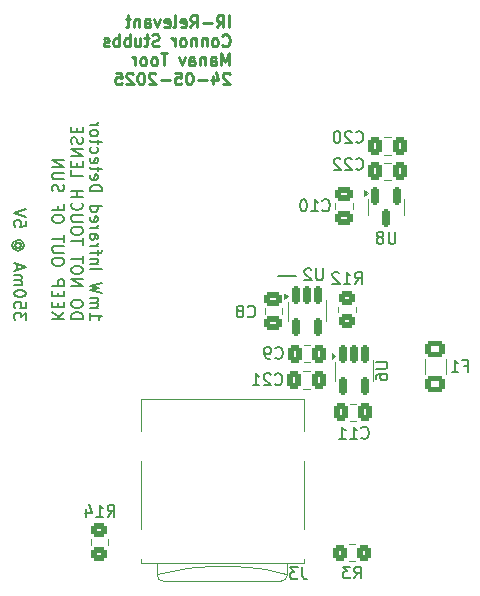
<source format=gbo>
G04 #@! TF.GenerationSoftware,KiCad,Pcbnew,8.0.9-8.0.9-0~ubuntu24.04.1*
G04 #@! TF.CreationDate,2025-06-07T19:12:40-04:00*
G04 #@! TF.ProjectId,Sensor Board,53656e73-6f72-4204-926f-6172642e6b69,rev?*
G04 #@! TF.SameCoordinates,Original*
G04 #@! TF.FileFunction,Legend,Bot*
G04 #@! TF.FilePolarity,Positive*
%FSLAX46Y46*%
G04 Gerber Fmt 4.6, Leading zero omitted, Abs format (unit mm)*
G04 Created by KiCad (PCBNEW 8.0.9-8.0.9-0~ubuntu24.04.1) date 2025-06-07 19:12:40*
%MOMM*%
%LPD*%
G01*
G04 APERTURE LIST*
G04 Aperture macros list*
%AMRoundRect*
0 Rectangle with rounded corners*
0 $1 Rounding radius*
0 $2 $3 $4 $5 $6 $7 $8 $9 X,Y pos of 4 corners*
0 Add a 4 corners polygon primitive as box body*
4,1,4,$2,$3,$4,$5,$6,$7,$8,$9,$2,$3,0*
0 Add four circle primitives for the rounded corners*
1,1,$1+$1,$2,$3*
1,1,$1+$1,$4,$5*
1,1,$1+$1,$6,$7*
1,1,$1+$1,$8,$9*
0 Add four rect primitives between the rounded corners*
20,1,$1+$1,$2,$3,$4,$5,0*
20,1,$1+$1,$4,$5,$6,$7,0*
20,1,$1+$1,$6,$7,$8,$9,0*
20,1,$1+$1,$8,$9,$2,$3,0*%
G04 Aperture macros list end*
%ADD10C,0.150000*%
%ADD11C,0.250000*%
%ADD12C,0.120000*%
%ADD13C,3.800000*%
%ADD14C,1.000000*%
%ADD15C,5.600000*%
%ADD16C,1.500000*%
%ADD17RoundRect,0.162500X-0.162500X0.617500X-0.162500X-0.617500X0.162500X-0.617500X0.162500X0.617500X0*%
%ADD18RoundRect,0.250000X0.337500X0.475000X-0.337500X0.475000X-0.337500X-0.475000X0.337500X-0.475000X0*%
%ADD19RoundRect,0.250000X0.475000X-0.337500X0.475000X0.337500X-0.475000X0.337500X-0.475000X-0.337500X0*%
%ADD20RoundRect,0.250000X0.350000X0.450000X-0.350000X0.450000X-0.350000X-0.450000X0.350000X-0.450000X0*%
%ADD21R,0.800000X1.500000*%
%ADD22R,1.450000X2.000000*%
%ADD23RoundRect,0.250001X0.624999X-0.462499X0.624999X0.462499X-0.624999X0.462499X-0.624999X-0.462499X0*%
%ADD24RoundRect,0.250000X0.450000X-0.350000X0.450000X0.350000X-0.450000X0.350000X-0.450000X-0.350000X0*%
%ADD25RoundRect,0.150000X-0.150000X0.587500X-0.150000X-0.587500X0.150000X-0.587500X0.150000X0.587500X0*%
G04 APERTURE END LIST*
D10*
X208153000Y-78105000D02*
X206629000Y-78105000D01*
D11*
X202492631Y-57010787D02*
X202492631Y-56010787D01*
X201445013Y-57010787D02*
X201778346Y-56534596D01*
X202016441Y-57010787D02*
X202016441Y-56010787D01*
X202016441Y-56010787D02*
X201635489Y-56010787D01*
X201635489Y-56010787D02*
X201540251Y-56058406D01*
X201540251Y-56058406D02*
X201492632Y-56106025D01*
X201492632Y-56106025D02*
X201445013Y-56201263D01*
X201445013Y-56201263D02*
X201445013Y-56344120D01*
X201445013Y-56344120D02*
X201492632Y-56439358D01*
X201492632Y-56439358D02*
X201540251Y-56486977D01*
X201540251Y-56486977D02*
X201635489Y-56534596D01*
X201635489Y-56534596D02*
X202016441Y-56534596D01*
X201016441Y-56629834D02*
X200254537Y-56629834D01*
X199206918Y-57010787D02*
X199540251Y-56534596D01*
X199778346Y-57010787D02*
X199778346Y-56010787D01*
X199778346Y-56010787D02*
X199397394Y-56010787D01*
X199397394Y-56010787D02*
X199302156Y-56058406D01*
X199302156Y-56058406D02*
X199254537Y-56106025D01*
X199254537Y-56106025D02*
X199206918Y-56201263D01*
X199206918Y-56201263D02*
X199206918Y-56344120D01*
X199206918Y-56344120D02*
X199254537Y-56439358D01*
X199254537Y-56439358D02*
X199302156Y-56486977D01*
X199302156Y-56486977D02*
X199397394Y-56534596D01*
X199397394Y-56534596D02*
X199778346Y-56534596D01*
X198397394Y-56963168D02*
X198492632Y-57010787D01*
X198492632Y-57010787D02*
X198683108Y-57010787D01*
X198683108Y-57010787D02*
X198778346Y-56963168D01*
X198778346Y-56963168D02*
X198825965Y-56867929D01*
X198825965Y-56867929D02*
X198825965Y-56486977D01*
X198825965Y-56486977D02*
X198778346Y-56391739D01*
X198778346Y-56391739D02*
X198683108Y-56344120D01*
X198683108Y-56344120D02*
X198492632Y-56344120D01*
X198492632Y-56344120D02*
X198397394Y-56391739D01*
X198397394Y-56391739D02*
X198349775Y-56486977D01*
X198349775Y-56486977D02*
X198349775Y-56582215D01*
X198349775Y-56582215D02*
X198825965Y-56677453D01*
X197778346Y-57010787D02*
X197873584Y-56963168D01*
X197873584Y-56963168D02*
X197921203Y-56867929D01*
X197921203Y-56867929D02*
X197921203Y-56010787D01*
X197016441Y-56963168D02*
X197111679Y-57010787D01*
X197111679Y-57010787D02*
X197302155Y-57010787D01*
X197302155Y-57010787D02*
X197397393Y-56963168D01*
X197397393Y-56963168D02*
X197445012Y-56867929D01*
X197445012Y-56867929D02*
X197445012Y-56486977D01*
X197445012Y-56486977D02*
X197397393Y-56391739D01*
X197397393Y-56391739D02*
X197302155Y-56344120D01*
X197302155Y-56344120D02*
X197111679Y-56344120D01*
X197111679Y-56344120D02*
X197016441Y-56391739D01*
X197016441Y-56391739D02*
X196968822Y-56486977D01*
X196968822Y-56486977D02*
X196968822Y-56582215D01*
X196968822Y-56582215D02*
X197445012Y-56677453D01*
X196635488Y-56344120D02*
X196397393Y-57010787D01*
X196397393Y-57010787D02*
X196159298Y-56344120D01*
X195349774Y-57010787D02*
X195349774Y-56486977D01*
X195349774Y-56486977D02*
X195397393Y-56391739D01*
X195397393Y-56391739D02*
X195492631Y-56344120D01*
X195492631Y-56344120D02*
X195683107Y-56344120D01*
X195683107Y-56344120D02*
X195778345Y-56391739D01*
X195349774Y-56963168D02*
X195445012Y-57010787D01*
X195445012Y-57010787D02*
X195683107Y-57010787D01*
X195683107Y-57010787D02*
X195778345Y-56963168D01*
X195778345Y-56963168D02*
X195825964Y-56867929D01*
X195825964Y-56867929D02*
X195825964Y-56772691D01*
X195825964Y-56772691D02*
X195778345Y-56677453D01*
X195778345Y-56677453D02*
X195683107Y-56629834D01*
X195683107Y-56629834D02*
X195445012Y-56629834D01*
X195445012Y-56629834D02*
X195349774Y-56582215D01*
X194873583Y-56344120D02*
X194873583Y-57010787D01*
X194873583Y-56439358D02*
X194825964Y-56391739D01*
X194825964Y-56391739D02*
X194730726Y-56344120D01*
X194730726Y-56344120D02*
X194587869Y-56344120D01*
X194587869Y-56344120D02*
X194492631Y-56391739D01*
X194492631Y-56391739D02*
X194445012Y-56486977D01*
X194445012Y-56486977D02*
X194445012Y-57010787D01*
X194111678Y-56344120D02*
X193730726Y-56344120D01*
X193968821Y-56010787D02*
X193968821Y-56867929D01*
X193968821Y-56867929D02*
X193921202Y-56963168D01*
X193921202Y-56963168D02*
X193825964Y-57010787D01*
X193825964Y-57010787D02*
X193730726Y-57010787D01*
X201921203Y-58525492D02*
X201968822Y-58573112D01*
X201968822Y-58573112D02*
X202111679Y-58620731D01*
X202111679Y-58620731D02*
X202206917Y-58620731D01*
X202206917Y-58620731D02*
X202349774Y-58573112D01*
X202349774Y-58573112D02*
X202445012Y-58477873D01*
X202445012Y-58477873D02*
X202492631Y-58382635D01*
X202492631Y-58382635D02*
X202540250Y-58192159D01*
X202540250Y-58192159D02*
X202540250Y-58049302D01*
X202540250Y-58049302D02*
X202492631Y-57858826D01*
X202492631Y-57858826D02*
X202445012Y-57763588D01*
X202445012Y-57763588D02*
X202349774Y-57668350D01*
X202349774Y-57668350D02*
X202206917Y-57620731D01*
X202206917Y-57620731D02*
X202111679Y-57620731D01*
X202111679Y-57620731D02*
X201968822Y-57668350D01*
X201968822Y-57668350D02*
X201921203Y-57715969D01*
X201349774Y-58620731D02*
X201445012Y-58573112D01*
X201445012Y-58573112D02*
X201492631Y-58525492D01*
X201492631Y-58525492D02*
X201540250Y-58430254D01*
X201540250Y-58430254D02*
X201540250Y-58144540D01*
X201540250Y-58144540D02*
X201492631Y-58049302D01*
X201492631Y-58049302D02*
X201445012Y-58001683D01*
X201445012Y-58001683D02*
X201349774Y-57954064D01*
X201349774Y-57954064D02*
X201206917Y-57954064D01*
X201206917Y-57954064D02*
X201111679Y-58001683D01*
X201111679Y-58001683D02*
X201064060Y-58049302D01*
X201064060Y-58049302D02*
X201016441Y-58144540D01*
X201016441Y-58144540D02*
X201016441Y-58430254D01*
X201016441Y-58430254D02*
X201064060Y-58525492D01*
X201064060Y-58525492D02*
X201111679Y-58573112D01*
X201111679Y-58573112D02*
X201206917Y-58620731D01*
X201206917Y-58620731D02*
X201349774Y-58620731D01*
X200587869Y-57954064D02*
X200587869Y-58620731D01*
X200587869Y-58049302D02*
X200540250Y-58001683D01*
X200540250Y-58001683D02*
X200445012Y-57954064D01*
X200445012Y-57954064D02*
X200302155Y-57954064D01*
X200302155Y-57954064D02*
X200206917Y-58001683D01*
X200206917Y-58001683D02*
X200159298Y-58096921D01*
X200159298Y-58096921D02*
X200159298Y-58620731D01*
X199683107Y-57954064D02*
X199683107Y-58620731D01*
X199683107Y-58049302D02*
X199635488Y-58001683D01*
X199635488Y-58001683D02*
X199540250Y-57954064D01*
X199540250Y-57954064D02*
X199397393Y-57954064D01*
X199397393Y-57954064D02*
X199302155Y-58001683D01*
X199302155Y-58001683D02*
X199254536Y-58096921D01*
X199254536Y-58096921D02*
X199254536Y-58620731D01*
X198635488Y-58620731D02*
X198730726Y-58573112D01*
X198730726Y-58573112D02*
X198778345Y-58525492D01*
X198778345Y-58525492D02*
X198825964Y-58430254D01*
X198825964Y-58430254D02*
X198825964Y-58144540D01*
X198825964Y-58144540D02*
X198778345Y-58049302D01*
X198778345Y-58049302D02*
X198730726Y-58001683D01*
X198730726Y-58001683D02*
X198635488Y-57954064D01*
X198635488Y-57954064D02*
X198492631Y-57954064D01*
X198492631Y-57954064D02*
X198397393Y-58001683D01*
X198397393Y-58001683D02*
X198349774Y-58049302D01*
X198349774Y-58049302D02*
X198302155Y-58144540D01*
X198302155Y-58144540D02*
X198302155Y-58430254D01*
X198302155Y-58430254D02*
X198349774Y-58525492D01*
X198349774Y-58525492D02*
X198397393Y-58573112D01*
X198397393Y-58573112D02*
X198492631Y-58620731D01*
X198492631Y-58620731D02*
X198635488Y-58620731D01*
X197873583Y-58620731D02*
X197873583Y-57954064D01*
X197873583Y-58144540D02*
X197825964Y-58049302D01*
X197825964Y-58049302D02*
X197778345Y-58001683D01*
X197778345Y-58001683D02*
X197683107Y-57954064D01*
X197683107Y-57954064D02*
X197587869Y-57954064D01*
X196540249Y-58573112D02*
X196397392Y-58620731D01*
X196397392Y-58620731D02*
X196159297Y-58620731D01*
X196159297Y-58620731D02*
X196064059Y-58573112D01*
X196064059Y-58573112D02*
X196016440Y-58525492D01*
X196016440Y-58525492D02*
X195968821Y-58430254D01*
X195968821Y-58430254D02*
X195968821Y-58335016D01*
X195968821Y-58335016D02*
X196016440Y-58239778D01*
X196016440Y-58239778D02*
X196064059Y-58192159D01*
X196064059Y-58192159D02*
X196159297Y-58144540D01*
X196159297Y-58144540D02*
X196349773Y-58096921D01*
X196349773Y-58096921D02*
X196445011Y-58049302D01*
X196445011Y-58049302D02*
X196492630Y-58001683D01*
X196492630Y-58001683D02*
X196540249Y-57906445D01*
X196540249Y-57906445D02*
X196540249Y-57811207D01*
X196540249Y-57811207D02*
X196492630Y-57715969D01*
X196492630Y-57715969D02*
X196445011Y-57668350D01*
X196445011Y-57668350D02*
X196349773Y-57620731D01*
X196349773Y-57620731D02*
X196111678Y-57620731D01*
X196111678Y-57620731D02*
X195968821Y-57668350D01*
X195683106Y-57954064D02*
X195302154Y-57954064D01*
X195540249Y-57620731D02*
X195540249Y-58477873D01*
X195540249Y-58477873D02*
X195492630Y-58573112D01*
X195492630Y-58573112D02*
X195397392Y-58620731D01*
X195397392Y-58620731D02*
X195302154Y-58620731D01*
X194540249Y-57954064D02*
X194540249Y-58620731D01*
X194968820Y-57954064D02*
X194968820Y-58477873D01*
X194968820Y-58477873D02*
X194921201Y-58573112D01*
X194921201Y-58573112D02*
X194825963Y-58620731D01*
X194825963Y-58620731D02*
X194683106Y-58620731D01*
X194683106Y-58620731D02*
X194587868Y-58573112D01*
X194587868Y-58573112D02*
X194540249Y-58525492D01*
X194064058Y-58620731D02*
X194064058Y-57620731D01*
X194064058Y-58001683D02*
X193968820Y-57954064D01*
X193968820Y-57954064D02*
X193778344Y-57954064D01*
X193778344Y-57954064D02*
X193683106Y-58001683D01*
X193683106Y-58001683D02*
X193635487Y-58049302D01*
X193635487Y-58049302D02*
X193587868Y-58144540D01*
X193587868Y-58144540D02*
X193587868Y-58430254D01*
X193587868Y-58430254D02*
X193635487Y-58525492D01*
X193635487Y-58525492D02*
X193683106Y-58573112D01*
X193683106Y-58573112D02*
X193778344Y-58620731D01*
X193778344Y-58620731D02*
X193968820Y-58620731D01*
X193968820Y-58620731D02*
X194064058Y-58573112D01*
X193159296Y-58620731D02*
X193159296Y-57620731D01*
X193159296Y-58001683D02*
X193064058Y-57954064D01*
X193064058Y-57954064D02*
X192873582Y-57954064D01*
X192873582Y-57954064D02*
X192778344Y-58001683D01*
X192778344Y-58001683D02*
X192730725Y-58049302D01*
X192730725Y-58049302D02*
X192683106Y-58144540D01*
X192683106Y-58144540D02*
X192683106Y-58430254D01*
X192683106Y-58430254D02*
X192730725Y-58525492D01*
X192730725Y-58525492D02*
X192778344Y-58573112D01*
X192778344Y-58573112D02*
X192873582Y-58620731D01*
X192873582Y-58620731D02*
X193064058Y-58620731D01*
X193064058Y-58620731D02*
X193159296Y-58573112D01*
X192302153Y-58573112D02*
X192206915Y-58620731D01*
X192206915Y-58620731D02*
X192016439Y-58620731D01*
X192016439Y-58620731D02*
X191921201Y-58573112D01*
X191921201Y-58573112D02*
X191873582Y-58477873D01*
X191873582Y-58477873D02*
X191873582Y-58430254D01*
X191873582Y-58430254D02*
X191921201Y-58335016D01*
X191921201Y-58335016D02*
X192016439Y-58287397D01*
X192016439Y-58287397D02*
X192159296Y-58287397D01*
X192159296Y-58287397D02*
X192254534Y-58239778D01*
X192254534Y-58239778D02*
X192302153Y-58144540D01*
X192302153Y-58144540D02*
X192302153Y-58096921D01*
X192302153Y-58096921D02*
X192254534Y-58001683D01*
X192254534Y-58001683D02*
X192159296Y-57954064D01*
X192159296Y-57954064D02*
X192016439Y-57954064D01*
X192016439Y-57954064D02*
X191921201Y-58001683D01*
X202492631Y-60230675D02*
X202492631Y-59230675D01*
X202492631Y-59230675D02*
X202159298Y-59944960D01*
X202159298Y-59944960D02*
X201825965Y-59230675D01*
X201825965Y-59230675D02*
X201825965Y-60230675D01*
X200921203Y-60230675D02*
X200921203Y-59706865D01*
X200921203Y-59706865D02*
X200968822Y-59611627D01*
X200968822Y-59611627D02*
X201064060Y-59564008D01*
X201064060Y-59564008D02*
X201254536Y-59564008D01*
X201254536Y-59564008D02*
X201349774Y-59611627D01*
X200921203Y-60183056D02*
X201016441Y-60230675D01*
X201016441Y-60230675D02*
X201254536Y-60230675D01*
X201254536Y-60230675D02*
X201349774Y-60183056D01*
X201349774Y-60183056D02*
X201397393Y-60087817D01*
X201397393Y-60087817D02*
X201397393Y-59992579D01*
X201397393Y-59992579D02*
X201349774Y-59897341D01*
X201349774Y-59897341D02*
X201254536Y-59849722D01*
X201254536Y-59849722D02*
X201016441Y-59849722D01*
X201016441Y-59849722D02*
X200921203Y-59802103D01*
X200445012Y-59564008D02*
X200445012Y-60230675D01*
X200445012Y-59659246D02*
X200397393Y-59611627D01*
X200397393Y-59611627D02*
X200302155Y-59564008D01*
X200302155Y-59564008D02*
X200159298Y-59564008D01*
X200159298Y-59564008D02*
X200064060Y-59611627D01*
X200064060Y-59611627D02*
X200016441Y-59706865D01*
X200016441Y-59706865D02*
X200016441Y-60230675D01*
X199111679Y-60230675D02*
X199111679Y-59706865D01*
X199111679Y-59706865D02*
X199159298Y-59611627D01*
X199159298Y-59611627D02*
X199254536Y-59564008D01*
X199254536Y-59564008D02*
X199445012Y-59564008D01*
X199445012Y-59564008D02*
X199540250Y-59611627D01*
X199111679Y-60183056D02*
X199206917Y-60230675D01*
X199206917Y-60230675D02*
X199445012Y-60230675D01*
X199445012Y-60230675D02*
X199540250Y-60183056D01*
X199540250Y-60183056D02*
X199587869Y-60087817D01*
X199587869Y-60087817D02*
X199587869Y-59992579D01*
X199587869Y-59992579D02*
X199540250Y-59897341D01*
X199540250Y-59897341D02*
X199445012Y-59849722D01*
X199445012Y-59849722D02*
X199206917Y-59849722D01*
X199206917Y-59849722D02*
X199111679Y-59802103D01*
X198730726Y-59564008D02*
X198492631Y-60230675D01*
X198492631Y-60230675D02*
X198254536Y-59564008D01*
X197254535Y-59230675D02*
X196683107Y-59230675D01*
X196968821Y-60230675D02*
X196968821Y-59230675D01*
X196206916Y-60230675D02*
X196302154Y-60183056D01*
X196302154Y-60183056D02*
X196349773Y-60135436D01*
X196349773Y-60135436D02*
X196397392Y-60040198D01*
X196397392Y-60040198D02*
X196397392Y-59754484D01*
X196397392Y-59754484D02*
X196349773Y-59659246D01*
X196349773Y-59659246D02*
X196302154Y-59611627D01*
X196302154Y-59611627D02*
X196206916Y-59564008D01*
X196206916Y-59564008D02*
X196064059Y-59564008D01*
X196064059Y-59564008D02*
X195968821Y-59611627D01*
X195968821Y-59611627D02*
X195921202Y-59659246D01*
X195921202Y-59659246D02*
X195873583Y-59754484D01*
X195873583Y-59754484D02*
X195873583Y-60040198D01*
X195873583Y-60040198D02*
X195921202Y-60135436D01*
X195921202Y-60135436D02*
X195968821Y-60183056D01*
X195968821Y-60183056D02*
X196064059Y-60230675D01*
X196064059Y-60230675D02*
X196206916Y-60230675D01*
X195302154Y-60230675D02*
X195397392Y-60183056D01*
X195397392Y-60183056D02*
X195445011Y-60135436D01*
X195445011Y-60135436D02*
X195492630Y-60040198D01*
X195492630Y-60040198D02*
X195492630Y-59754484D01*
X195492630Y-59754484D02*
X195445011Y-59659246D01*
X195445011Y-59659246D02*
X195397392Y-59611627D01*
X195397392Y-59611627D02*
X195302154Y-59564008D01*
X195302154Y-59564008D02*
X195159297Y-59564008D01*
X195159297Y-59564008D02*
X195064059Y-59611627D01*
X195064059Y-59611627D02*
X195016440Y-59659246D01*
X195016440Y-59659246D02*
X194968821Y-59754484D01*
X194968821Y-59754484D02*
X194968821Y-60040198D01*
X194968821Y-60040198D02*
X195016440Y-60135436D01*
X195016440Y-60135436D02*
X195064059Y-60183056D01*
X195064059Y-60183056D02*
X195159297Y-60230675D01*
X195159297Y-60230675D02*
X195302154Y-60230675D01*
X194540249Y-60230675D02*
X194540249Y-59564008D01*
X194540249Y-59754484D02*
X194492630Y-59659246D01*
X194492630Y-59659246D02*
X194445011Y-59611627D01*
X194445011Y-59611627D02*
X194349773Y-59564008D01*
X194349773Y-59564008D02*
X194254535Y-59564008D01*
X202540250Y-60935857D02*
X202492631Y-60888238D01*
X202492631Y-60888238D02*
X202397393Y-60840619D01*
X202397393Y-60840619D02*
X202159298Y-60840619D01*
X202159298Y-60840619D02*
X202064060Y-60888238D01*
X202064060Y-60888238D02*
X202016441Y-60935857D01*
X202016441Y-60935857D02*
X201968822Y-61031095D01*
X201968822Y-61031095D02*
X201968822Y-61126333D01*
X201968822Y-61126333D02*
X202016441Y-61269190D01*
X202016441Y-61269190D02*
X202587869Y-61840619D01*
X202587869Y-61840619D02*
X201968822Y-61840619D01*
X201111679Y-61173952D02*
X201111679Y-61840619D01*
X201349774Y-60793000D02*
X201587869Y-61507285D01*
X201587869Y-61507285D02*
X200968822Y-61507285D01*
X200587869Y-61459666D02*
X199825965Y-61459666D01*
X199159298Y-60840619D02*
X199064060Y-60840619D01*
X199064060Y-60840619D02*
X198968822Y-60888238D01*
X198968822Y-60888238D02*
X198921203Y-60935857D01*
X198921203Y-60935857D02*
X198873584Y-61031095D01*
X198873584Y-61031095D02*
X198825965Y-61221571D01*
X198825965Y-61221571D02*
X198825965Y-61459666D01*
X198825965Y-61459666D02*
X198873584Y-61650142D01*
X198873584Y-61650142D02*
X198921203Y-61745380D01*
X198921203Y-61745380D02*
X198968822Y-61793000D01*
X198968822Y-61793000D02*
X199064060Y-61840619D01*
X199064060Y-61840619D02*
X199159298Y-61840619D01*
X199159298Y-61840619D02*
X199254536Y-61793000D01*
X199254536Y-61793000D02*
X199302155Y-61745380D01*
X199302155Y-61745380D02*
X199349774Y-61650142D01*
X199349774Y-61650142D02*
X199397393Y-61459666D01*
X199397393Y-61459666D02*
X199397393Y-61221571D01*
X199397393Y-61221571D02*
X199349774Y-61031095D01*
X199349774Y-61031095D02*
X199302155Y-60935857D01*
X199302155Y-60935857D02*
X199254536Y-60888238D01*
X199254536Y-60888238D02*
X199159298Y-60840619D01*
X197921203Y-60840619D02*
X198397393Y-60840619D01*
X198397393Y-60840619D02*
X198445012Y-61316809D01*
X198445012Y-61316809D02*
X198397393Y-61269190D01*
X198397393Y-61269190D02*
X198302155Y-61221571D01*
X198302155Y-61221571D02*
X198064060Y-61221571D01*
X198064060Y-61221571D02*
X197968822Y-61269190D01*
X197968822Y-61269190D02*
X197921203Y-61316809D01*
X197921203Y-61316809D02*
X197873584Y-61412047D01*
X197873584Y-61412047D02*
X197873584Y-61650142D01*
X197873584Y-61650142D02*
X197921203Y-61745380D01*
X197921203Y-61745380D02*
X197968822Y-61793000D01*
X197968822Y-61793000D02*
X198064060Y-61840619D01*
X198064060Y-61840619D02*
X198302155Y-61840619D01*
X198302155Y-61840619D02*
X198397393Y-61793000D01*
X198397393Y-61793000D02*
X198445012Y-61745380D01*
X197445012Y-61459666D02*
X196683108Y-61459666D01*
X196254536Y-60935857D02*
X196206917Y-60888238D01*
X196206917Y-60888238D02*
X196111679Y-60840619D01*
X196111679Y-60840619D02*
X195873584Y-60840619D01*
X195873584Y-60840619D02*
X195778346Y-60888238D01*
X195778346Y-60888238D02*
X195730727Y-60935857D01*
X195730727Y-60935857D02*
X195683108Y-61031095D01*
X195683108Y-61031095D02*
X195683108Y-61126333D01*
X195683108Y-61126333D02*
X195730727Y-61269190D01*
X195730727Y-61269190D02*
X196302155Y-61840619D01*
X196302155Y-61840619D02*
X195683108Y-61840619D01*
X195064060Y-60840619D02*
X194968822Y-60840619D01*
X194968822Y-60840619D02*
X194873584Y-60888238D01*
X194873584Y-60888238D02*
X194825965Y-60935857D01*
X194825965Y-60935857D02*
X194778346Y-61031095D01*
X194778346Y-61031095D02*
X194730727Y-61221571D01*
X194730727Y-61221571D02*
X194730727Y-61459666D01*
X194730727Y-61459666D02*
X194778346Y-61650142D01*
X194778346Y-61650142D02*
X194825965Y-61745380D01*
X194825965Y-61745380D02*
X194873584Y-61793000D01*
X194873584Y-61793000D02*
X194968822Y-61840619D01*
X194968822Y-61840619D02*
X195064060Y-61840619D01*
X195064060Y-61840619D02*
X195159298Y-61793000D01*
X195159298Y-61793000D02*
X195206917Y-61745380D01*
X195206917Y-61745380D02*
X195254536Y-61650142D01*
X195254536Y-61650142D02*
X195302155Y-61459666D01*
X195302155Y-61459666D02*
X195302155Y-61221571D01*
X195302155Y-61221571D02*
X195254536Y-61031095D01*
X195254536Y-61031095D02*
X195206917Y-60935857D01*
X195206917Y-60935857D02*
X195159298Y-60888238D01*
X195159298Y-60888238D02*
X195064060Y-60840619D01*
X194349774Y-60935857D02*
X194302155Y-60888238D01*
X194302155Y-60888238D02*
X194206917Y-60840619D01*
X194206917Y-60840619D02*
X193968822Y-60840619D01*
X193968822Y-60840619D02*
X193873584Y-60888238D01*
X193873584Y-60888238D02*
X193825965Y-60935857D01*
X193825965Y-60935857D02*
X193778346Y-61031095D01*
X193778346Y-61031095D02*
X193778346Y-61126333D01*
X193778346Y-61126333D02*
X193825965Y-61269190D01*
X193825965Y-61269190D02*
X194397393Y-61840619D01*
X194397393Y-61840619D02*
X193778346Y-61840619D01*
X192873584Y-60840619D02*
X193349774Y-60840619D01*
X193349774Y-60840619D02*
X193397393Y-61316809D01*
X193397393Y-61316809D02*
X193349774Y-61269190D01*
X193349774Y-61269190D02*
X193254536Y-61221571D01*
X193254536Y-61221571D02*
X193016441Y-61221571D01*
X193016441Y-61221571D02*
X192921203Y-61269190D01*
X192921203Y-61269190D02*
X192873584Y-61316809D01*
X192873584Y-61316809D02*
X192825965Y-61412047D01*
X192825965Y-61412047D02*
X192825965Y-61650142D01*
X192825965Y-61650142D02*
X192873584Y-61745380D01*
X192873584Y-61745380D02*
X192921203Y-61793000D01*
X192921203Y-61793000D02*
X193016441Y-61840619D01*
X193016441Y-61840619D02*
X193254536Y-61840619D01*
X193254536Y-61840619D02*
X193349774Y-61793000D01*
X193349774Y-61793000D02*
X193397393Y-61745380D01*
D10*
X190719956Y-81181411D02*
X190719956Y-81752839D01*
X190719956Y-81467125D02*
X191719956Y-81467125D01*
X191719956Y-81467125D02*
X191577099Y-81562363D01*
X191577099Y-81562363D02*
X191481861Y-81657601D01*
X191481861Y-81657601D02*
X191434242Y-81752839D01*
X190719956Y-80752839D02*
X191386623Y-80752839D01*
X191291385Y-80752839D02*
X191339004Y-80705220D01*
X191339004Y-80705220D02*
X191386623Y-80609982D01*
X191386623Y-80609982D02*
X191386623Y-80467125D01*
X191386623Y-80467125D02*
X191339004Y-80371887D01*
X191339004Y-80371887D02*
X191243766Y-80324268D01*
X191243766Y-80324268D02*
X190719956Y-80324268D01*
X191243766Y-80324268D02*
X191339004Y-80276649D01*
X191339004Y-80276649D02*
X191386623Y-80181411D01*
X191386623Y-80181411D02*
X191386623Y-80038554D01*
X191386623Y-80038554D02*
X191339004Y-79943315D01*
X191339004Y-79943315D02*
X191243766Y-79895696D01*
X191243766Y-79895696D02*
X190719956Y-79895696D01*
X191719956Y-79514744D02*
X190719956Y-79276649D01*
X190719956Y-79276649D02*
X191434242Y-79086173D01*
X191434242Y-79086173D02*
X190719956Y-78895697D01*
X190719956Y-78895697D02*
X191719956Y-78657602D01*
X190719956Y-77514744D02*
X191719956Y-77514744D01*
X191386623Y-77038554D02*
X190719956Y-77038554D01*
X191291385Y-77038554D02*
X191339004Y-76990935D01*
X191339004Y-76990935D02*
X191386623Y-76895697D01*
X191386623Y-76895697D02*
X191386623Y-76752840D01*
X191386623Y-76752840D02*
X191339004Y-76657602D01*
X191339004Y-76657602D02*
X191243766Y-76609983D01*
X191243766Y-76609983D02*
X190719956Y-76609983D01*
X191386623Y-76276649D02*
X191386623Y-75895697D01*
X190719956Y-76133792D02*
X191577099Y-76133792D01*
X191577099Y-76133792D02*
X191672337Y-76086173D01*
X191672337Y-76086173D02*
X191719956Y-75990935D01*
X191719956Y-75990935D02*
X191719956Y-75895697D01*
X190719956Y-75562363D02*
X191386623Y-75562363D01*
X191196147Y-75562363D02*
X191291385Y-75514744D01*
X191291385Y-75514744D02*
X191339004Y-75467125D01*
X191339004Y-75467125D02*
X191386623Y-75371887D01*
X191386623Y-75371887D02*
X191386623Y-75276649D01*
X190719956Y-74514744D02*
X191243766Y-74514744D01*
X191243766Y-74514744D02*
X191339004Y-74562363D01*
X191339004Y-74562363D02*
X191386623Y-74657601D01*
X191386623Y-74657601D02*
X191386623Y-74848077D01*
X191386623Y-74848077D02*
X191339004Y-74943315D01*
X190767576Y-74514744D02*
X190719956Y-74609982D01*
X190719956Y-74609982D02*
X190719956Y-74848077D01*
X190719956Y-74848077D02*
X190767576Y-74943315D01*
X190767576Y-74943315D02*
X190862814Y-74990934D01*
X190862814Y-74990934D02*
X190958052Y-74990934D01*
X190958052Y-74990934D02*
X191053290Y-74943315D01*
X191053290Y-74943315D02*
X191100909Y-74848077D01*
X191100909Y-74848077D02*
X191100909Y-74609982D01*
X191100909Y-74609982D02*
X191148528Y-74514744D01*
X190719956Y-74038553D02*
X191386623Y-74038553D01*
X191196147Y-74038553D02*
X191291385Y-73990934D01*
X191291385Y-73990934D02*
X191339004Y-73943315D01*
X191339004Y-73943315D02*
X191386623Y-73848077D01*
X191386623Y-73848077D02*
X191386623Y-73752839D01*
X190767576Y-73038553D02*
X190719956Y-73133791D01*
X190719956Y-73133791D02*
X190719956Y-73324267D01*
X190719956Y-73324267D02*
X190767576Y-73419505D01*
X190767576Y-73419505D02*
X190862814Y-73467124D01*
X190862814Y-73467124D02*
X191243766Y-73467124D01*
X191243766Y-73467124D02*
X191339004Y-73419505D01*
X191339004Y-73419505D02*
X191386623Y-73324267D01*
X191386623Y-73324267D02*
X191386623Y-73133791D01*
X191386623Y-73133791D02*
X191339004Y-73038553D01*
X191339004Y-73038553D02*
X191243766Y-72990934D01*
X191243766Y-72990934D02*
X191148528Y-72990934D01*
X191148528Y-72990934D02*
X191053290Y-73467124D01*
X190719956Y-72133791D02*
X191719956Y-72133791D01*
X190767576Y-72133791D02*
X190719956Y-72229029D01*
X190719956Y-72229029D02*
X190719956Y-72419505D01*
X190719956Y-72419505D02*
X190767576Y-72514743D01*
X190767576Y-72514743D02*
X190815195Y-72562362D01*
X190815195Y-72562362D02*
X190910433Y-72609981D01*
X190910433Y-72609981D02*
X191196147Y-72609981D01*
X191196147Y-72609981D02*
X191291385Y-72562362D01*
X191291385Y-72562362D02*
X191339004Y-72514743D01*
X191339004Y-72514743D02*
X191386623Y-72419505D01*
X191386623Y-72419505D02*
X191386623Y-72229029D01*
X191386623Y-72229029D02*
X191339004Y-72133791D01*
X190719956Y-70895695D02*
X191719956Y-70895695D01*
X191719956Y-70895695D02*
X191719956Y-70657600D01*
X191719956Y-70657600D02*
X191672337Y-70514743D01*
X191672337Y-70514743D02*
X191577099Y-70419505D01*
X191577099Y-70419505D02*
X191481861Y-70371886D01*
X191481861Y-70371886D02*
X191291385Y-70324267D01*
X191291385Y-70324267D02*
X191148528Y-70324267D01*
X191148528Y-70324267D02*
X190958052Y-70371886D01*
X190958052Y-70371886D02*
X190862814Y-70419505D01*
X190862814Y-70419505D02*
X190767576Y-70514743D01*
X190767576Y-70514743D02*
X190719956Y-70657600D01*
X190719956Y-70657600D02*
X190719956Y-70895695D01*
X190767576Y-69514743D02*
X190719956Y-69609981D01*
X190719956Y-69609981D02*
X190719956Y-69800457D01*
X190719956Y-69800457D02*
X190767576Y-69895695D01*
X190767576Y-69895695D02*
X190862814Y-69943314D01*
X190862814Y-69943314D02*
X191243766Y-69943314D01*
X191243766Y-69943314D02*
X191339004Y-69895695D01*
X191339004Y-69895695D02*
X191386623Y-69800457D01*
X191386623Y-69800457D02*
X191386623Y-69609981D01*
X191386623Y-69609981D02*
X191339004Y-69514743D01*
X191339004Y-69514743D02*
X191243766Y-69467124D01*
X191243766Y-69467124D02*
X191148528Y-69467124D01*
X191148528Y-69467124D02*
X191053290Y-69943314D01*
X191386623Y-69181409D02*
X191386623Y-68800457D01*
X191719956Y-69038552D02*
X190862814Y-69038552D01*
X190862814Y-69038552D02*
X190767576Y-68990933D01*
X190767576Y-68990933D02*
X190719956Y-68895695D01*
X190719956Y-68895695D02*
X190719956Y-68800457D01*
X190767576Y-68086171D02*
X190719956Y-68181409D01*
X190719956Y-68181409D02*
X190719956Y-68371885D01*
X190719956Y-68371885D02*
X190767576Y-68467123D01*
X190767576Y-68467123D02*
X190862814Y-68514742D01*
X190862814Y-68514742D02*
X191243766Y-68514742D01*
X191243766Y-68514742D02*
X191339004Y-68467123D01*
X191339004Y-68467123D02*
X191386623Y-68371885D01*
X191386623Y-68371885D02*
X191386623Y-68181409D01*
X191386623Y-68181409D02*
X191339004Y-68086171D01*
X191339004Y-68086171D02*
X191243766Y-68038552D01*
X191243766Y-68038552D02*
X191148528Y-68038552D01*
X191148528Y-68038552D02*
X191053290Y-68514742D01*
X190767576Y-67181409D02*
X190719956Y-67276647D01*
X190719956Y-67276647D02*
X190719956Y-67467123D01*
X190719956Y-67467123D02*
X190767576Y-67562361D01*
X190767576Y-67562361D02*
X190815195Y-67609980D01*
X190815195Y-67609980D02*
X190910433Y-67657599D01*
X190910433Y-67657599D02*
X191196147Y-67657599D01*
X191196147Y-67657599D02*
X191291385Y-67609980D01*
X191291385Y-67609980D02*
X191339004Y-67562361D01*
X191339004Y-67562361D02*
X191386623Y-67467123D01*
X191386623Y-67467123D02*
X191386623Y-67276647D01*
X191386623Y-67276647D02*
X191339004Y-67181409D01*
X191386623Y-66895694D02*
X191386623Y-66514742D01*
X191719956Y-66752837D02*
X190862814Y-66752837D01*
X190862814Y-66752837D02*
X190767576Y-66705218D01*
X190767576Y-66705218D02*
X190719956Y-66609980D01*
X190719956Y-66609980D02*
X190719956Y-66514742D01*
X190719956Y-66038551D02*
X190767576Y-66133789D01*
X190767576Y-66133789D02*
X190815195Y-66181408D01*
X190815195Y-66181408D02*
X190910433Y-66229027D01*
X190910433Y-66229027D02*
X191196147Y-66229027D01*
X191196147Y-66229027D02*
X191291385Y-66181408D01*
X191291385Y-66181408D02*
X191339004Y-66133789D01*
X191339004Y-66133789D02*
X191386623Y-66038551D01*
X191386623Y-66038551D02*
X191386623Y-65895694D01*
X191386623Y-65895694D02*
X191339004Y-65800456D01*
X191339004Y-65800456D02*
X191291385Y-65752837D01*
X191291385Y-65752837D02*
X191196147Y-65705218D01*
X191196147Y-65705218D02*
X190910433Y-65705218D01*
X190910433Y-65705218D02*
X190815195Y-65752837D01*
X190815195Y-65752837D02*
X190767576Y-65800456D01*
X190767576Y-65800456D02*
X190719956Y-65895694D01*
X190719956Y-65895694D02*
X190719956Y-66038551D01*
X190719956Y-65276646D02*
X191386623Y-65276646D01*
X191196147Y-65276646D02*
X191291385Y-65229027D01*
X191291385Y-65229027D02*
X191339004Y-65181408D01*
X191339004Y-65181408D02*
X191386623Y-65086170D01*
X191386623Y-65086170D02*
X191386623Y-64990932D01*
X189110012Y-81705220D02*
X190110012Y-81705220D01*
X190110012Y-81705220D02*
X190110012Y-81467125D01*
X190110012Y-81467125D02*
X190062393Y-81324268D01*
X190062393Y-81324268D02*
X189967155Y-81229030D01*
X189967155Y-81229030D02*
X189871917Y-81181411D01*
X189871917Y-81181411D02*
X189681441Y-81133792D01*
X189681441Y-81133792D02*
X189538584Y-81133792D01*
X189538584Y-81133792D02*
X189348108Y-81181411D01*
X189348108Y-81181411D02*
X189252870Y-81229030D01*
X189252870Y-81229030D02*
X189157632Y-81324268D01*
X189157632Y-81324268D02*
X189110012Y-81467125D01*
X189110012Y-81467125D02*
X189110012Y-81705220D01*
X190110012Y-80514744D02*
X190110012Y-80324268D01*
X190110012Y-80324268D02*
X190062393Y-80229030D01*
X190062393Y-80229030D02*
X189967155Y-80133792D01*
X189967155Y-80133792D02*
X189776679Y-80086173D01*
X189776679Y-80086173D02*
X189443346Y-80086173D01*
X189443346Y-80086173D02*
X189252870Y-80133792D01*
X189252870Y-80133792D02*
X189157632Y-80229030D01*
X189157632Y-80229030D02*
X189110012Y-80324268D01*
X189110012Y-80324268D02*
X189110012Y-80514744D01*
X189110012Y-80514744D02*
X189157632Y-80609982D01*
X189157632Y-80609982D02*
X189252870Y-80705220D01*
X189252870Y-80705220D02*
X189443346Y-80752839D01*
X189443346Y-80752839D02*
X189776679Y-80752839D01*
X189776679Y-80752839D02*
X189967155Y-80705220D01*
X189967155Y-80705220D02*
X190062393Y-80609982D01*
X190062393Y-80609982D02*
X190110012Y-80514744D01*
X189110012Y-78895696D02*
X190110012Y-78895696D01*
X190110012Y-78895696D02*
X189110012Y-78324268D01*
X189110012Y-78324268D02*
X190110012Y-78324268D01*
X190110012Y-77657601D02*
X190110012Y-77467125D01*
X190110012Y-77467125D02*
X190062393Y-77371887D01*
X190062393Y-77371887D02*
X189967155Y-77276649D01*
X189967155Y-77276649D02*
X189776679Y-77229030D01*
X189776679Y-77229030D02*
X189443346Y-77229030D01*
X189443346Y-77229030D02*
X189252870Y-77276649D01*
X189252870Y-77276649D02*
X189157632Y-77371887D01*
X189157632Y-77371887D02*
X189110012Y-77467125D01*
X189110012Y-77467125D02*
X189110012Y-77657601D01*
X189110012Y-77657601D02*
X189157632Y-77752839D01*
X189157632Y-77752839D02*
X189252870Y-77848077D01*
X189252870Y-77848077D02*
X189443346Y-77895696D01*
X189443346Y-77895696D02*
X189776679Y-77895696D01*
X189776679Y-77895696D02*
X189967155Y-77848077D01*
X189967155Y-77848077D02*
X190062393Y-77752839D01*
X190062393Y-77752839D02*
X190110012Y-77657601D01*
X190110012Y-76943315D02*
X190110012Y-76371887D01*
X189110012Y-76657601D02*
X190110012Y-76657601D01*
X190110012Y-75419505D02*
X190110012Y-74848077D01*
X189110012Y-75133791D02*
X190110012Y-75133791D01*
X190110012Y-74324267D02*
X190110012Y-74133791D01*
X190110012Y-74133791D02*
X190062393Y-74038553D01*
X190062393Y-74038553D02*
X189967155Y-73943315D01*
X189967155Y-73943315D02*
X189776679Y-73895696D01*
X189776679Y-73895696D02*
X189443346Y-73895696D01*
X189443346Y-73895696D02*
X189252870Y-73943315D01*
X189252870Y-73943315D02*
X189157632Y-74038553D01*
X189157632Y-74038553D02*
X189110012Y-74133791D01*
X189110012Y-74133791D02*
X189110012Y-74324267D01*
X189110012Y-74324267D02*
X189157632Y-74419505D01*
X189157632Y-74419505D02*
X189252870Y-74514743D01*
X189252870Y-74514743D02*
X189443346Y-74562362D01*
X189443346Y-74562362D02*
X189776679Y-74562362D01*
X189776679Y-74562362D02*
X189967155Y-74514743D01*
X189967155Y-74514743D02*
X190062393Y-74419505D01*
X190062393Y-74419505D02*
X190110012Y-74324267D01*
X190110012Y-73467124D02*
X189300489Y-73467124D01*
X189300489Y-73467124D02*
X189205251Y-73419505D01*
X189205251Y-73419505D02*
X189157632Y-73371886D01*
X189157632Y-73371886D02*
X189110012Y-73276648D01*
X189110012Y-73276648D02*
X189110012Y-73086172D01*
X189110012Y-73086172D02*
X189157632Y-72990934D01*
X189157632Y-72990934D02*
X189205251Y-72943315D01*
X189205251Y-72943315D02*
X189300489Y-72895696D01*
X189300489Y-72895696D02*
X190110012Y-72895696D01*
X189205251Y-71848077D02*
X189157632Y-71895696D01*
X189157632Y-71895696D02*
X189110012Y-72038553D01*
X189110012Y-72038553D02*
X189110012Y-72133791D01*
X189110012Y-72133791D02*
X189157632Y-72276648D01*
X189157632Y-72276648D02*
X189252870Y-72371886D01*
X189252870Y-72371886D02*
X189348108Y-72419505D01*
X189348108Y-72419505D02*
X189538584Y-72467124D01*
X189538584Y-72467124D02*
X189681441Y-72467124D01*
X189681441Y-72467124D02*
X189871917Y-72419505D01*
X189871917Y-72419505D02*
X189967155Y-72371886D01*
X189967155Y-72371886D02*
X190062393Y-72276648D01*
X190062393Y-72276648D02*
X190110012Y-72133791D01*
X190110012Y-72133791D02*
X190110012Y-72038553D01*
X190110012Y-72038553D02*
X190062393Y-71895696D01*
X190062393Y-71895696D02*
X190014774Y-71848077D01*
X189110012Y-71419505D02*
X190110012Y-71419505D01*
X189633822Y-71419505D02*
X189633822Y-70848077D01*
X189110012Y-70848077D02*
X190110012Y-70848077D01*
X189110012Y-69133791D02*
X189110012Y-69609981D01*
X189110012Y-69609981D02*
X190110012Y-69609981D01*
X189633822Y-68800457D02*
X189633822Y-68467124D01*
X189110012Y-68324267D02*
X189110012Y-68800457D01*
X189110012Y-68800457D02*
X190110012Y-68800457D01*
X190110012Y-68800457D02*
X190110012Y-68324267D01*
X189110012Y-67895695D02*
X190110012Y-67895695D01*
X190110012Y-67895695D02*
X189110012Y-67324267D01*
X189110012Y-67324267D02*
X190110012Y-67324267D01*
X189157632Y-66895695D02*
X189110012Y-66752838D01*
X189110012Y-66752838D02*
X189110012Y-66514743D01*
X189110012Y-66514743D02*
X189157632Y-66419505D01*
X189157632Y-66419505D02*
X189205251Y-66371886D01*
X189205251Y-66371886D02*
X189300489Y-66324267D01*
X189300489Y-66324267D02*
X189395727Y-66324267D01*
X189395727Y-66324267D02*
X189490965Y-66371886D01*
X189490965Y-66371886D02*
X189538584Y-66419505D01*
X189538584Y-66419505D02*
X189586203Y-66514743D01*
X189586203Y-66514743D02*
X189633822Y-66705219D01*
X189633822Y-66705219D02*
X189681441Y-66800457D01*
X189681441Y-66800457D02*
X189729060Y-66848076D01*
X189729060Y-66848076D02*
X189824298Y-66895695D01*
X189824298Y-66895695D02*
X189919536Y-66895695D01*
X189919536Y-66895695D02*
X190014774Y-66848076D01*
X190014774Y-66848076D02*
X190062393Y-66800457D01*
X190062393Y-66800457D02*
X190110012Y-66705219D01*
X190110012Y-66705219D02*
X190110012Y-66467124D01*
X190110012Y-66467124D02*
X190062393Y-66324267D01*
X189633822Y-65895695D02*
X189633822Y-65562362D01*
X189110012Y-65419505D02*
X189110012Y-65895695D01*
X189110012Y-65895695D02*
X190110012Y-65895695D01*
X190110012Y-65895695D02*
X190110012Y-65419505D01*
X187500068Y-81705220D02*
X188500068Y-81705220D01*
X187500068Y-81133792D02*
X188071497Y-81562363D01*
X188500068Y-81133792D02*
X187928640Y-81705220D01*
X188023878Y-80705220D02*
X188023878Y-80371887D01*
X187500068Y-80229030D02*
X187500068Y-80705220D01*
X187500068Y-80705220D02*
X188500068Y-80705220D01*
X188500068Y-80705220D02*
X188500068Y-80229030D01*
X188023878Y-79800458D02*
X188023878Y-79467125D01*
X187500068Y-79324268D02*
X187500068Y-79800458D01*
X187500068Y-79800458D02*
X188500068Y-79800458D01*
X188500068Y-79800458D02*
X188500068Y-79324268D01*
X187500068Y-78895696D02*
X188500068Y-78895696D01*
X188500068Y-78895696D02*
X188500068Y-78514744D01*
X188500068Y-78514744D02*
X188452449Y-78419506D01*
X188452449Y-78419506D02*
X188404830Y-78371887D01*
X188404830Y-78371887D02*
X188309592Y-78324268D01*
X188309592Y-78324268D02*
X188166735Y-78324268D01*
X188166735Y-78324268D02*
X188071497Y-78371887D01*
X188071497Y-78371887D02*
X188023878Y-78419506D01*
X188023878Y-78419506D02*
X187976259Y-78514744D01*
X187976259Y-78514744D02*
X187976259Y-78895696D01*
X188500068Y-76943315D02*
X188500068Y-76752839D01*
X188500068Y-76752839D02*
X188452449Y-76657601D01*
X188452449Y-76657601D02*
X188357211Y-76562363D01*
X188357211Y-76562363D02*
X188166735Y-76514744D01*
X188166735Y-76514744D02*
X187833402Y-76514744D01*
X187833402Y-76514744D02*
X187642926Y-76562363D01*
X187642926Y-76562363D02*
X187547688Y-76657601D01*
X187547688Y-76657601D02*
X187500068Y-76752839D01*
X187500068Y-76752839D02*
X187500068Y-76943315D01*
X187500068Y-76943315D02*
X187547688Y-77038553D01*
X187547688Y-77038553D02*
X187642926Y-77133791D01*
X187642926Y-77133791D02*
X187833402Y-77181410D01*
X187833402Y-77181410D02*
X188166735Y-77181410D01*
X188166735Y-77181410D02*
X188357211Y-77133791D01*
X188357211Y-77133791D02*
X188452449Y-77038553D01*
X188452449Y-77038553D02*
X188500068Y-76943315D01*
X188500068Y-76086172D02*
X187690545Y-76086172D01*
X187690545Y-76086172D02*
X187595307Y-76038553D01*
X187595307Y-76038553D02*
X187547688Y-75990934D01*
X187547688Y-75990934D02*
X187500068Y-75895696D01*
X187500068Y-75895696D02*
X187500068Y-75705220D01*
X187500068Y-75705220D02*
X187547688Y-75609982D01*
X187547688Y-75609982D02*
X187595307Y-75562363D01*
X187595307Y-75562363D02*
X187690545Y-75514744D01*
X187690545Y-75514744D02*
X188500068Y-75514744D01*
X188500068Y-75181410D02*
X188500068Y-74609982D01*
X187500068Y-74895696D02*
X188500068Y-74895696D01*
X188500068Y-73324267D02*
X188500068Y-73133791D01*
X188500068Y-73133791D02*
X188452449Y-73038553D01*
X188452449Y-73038553D02*
X188357211Y-72943315D01*
X188357211Y-72943315D02*
X188166735Y-72895696D01*
X188166735Y-72895696D02*
X187833402Y-72895696D01*
X187833402Y-72895696D02*
X187642926Y-72943315D01*
X187642926Y-72943315D02*
X187547688Y-73038553D01*
X187547688Y-73038553D02*
X187500068Y-73133791D01*
X187500068Y-73133791D02*
X187500068Y-73324267D01*
X187500068Y-73324267D02*
X187547688Y-73419505D01*
X187547688Y-73419505D02*
X187642926Y-73514743D01*
X187642926Y-73514743D02*
X187833402Y-73562362D01*
X187833402Y-73562362D02*
X188166735Y-73562362D01*
X188166735Y-73562362D02*
X188357211Y-73514743D01*
X188357211Y-73514743D02*
X188452449Y-73419505D01*
X188452449Y-73419505D02*
X188500068Y-73324267D01*
X188023878Y-72133791D02*
X188023878Y-72467124D01*
X187500068Y-72467124D02*
X188500068Y-72467124D01*
X188500068Y-72467124D02*
X188500068Y-71990934D01*
X187547688Y-70895695D02*
X187500068Y-70752838D01*
X187500068Y-70752838D02*
X187500068Y-70514743D01*
X187500068Y-70514743D02*
X187547688Y-70419505D01*
X187547688Y-70419505D02*
X187595307Y-70371886D01*
X187595307Y-70371886D02*
X187690545Y-70324267D01*
X187690545Y-70324267D02*
X187785783Y-70324267D01*
X187785783Y-70324267D02*
X187881021Y-70371886D01*
X187881021Y-70371886D02*
X187928640Y-70419505D01*
X187928640Y-70419505D02*
X187976259Y-70514743D01*
X187976259Y-70514743D02*
X188023878Y-70705219D01*
X188023878Y-70705219D02*
X188071497Y-70800457D01*
X188071497Y-70800457D02*
X188119116Y-70848076D01*
X188119116Y-70848076D02*
X188214354Y-70895695D01*
X188214354Y-70895695D02*
X188309592Y-70895695D01*
X188309592Y-70895695D02*
X188404830Y-70848076D01*
X188404830Y-70848076D02*
X188452449Y-70800457D01*
X188452449Y-70800457D02*
X188500068Y-70705219D01*
X188500068Y-70705219D02*
X188500068Y-70467124D01*
X188500068Y-70467124D02*
X188452449Y-70324267D01*
X188500068Y-69895695D02*
X187690545Y-69895695D01*
X187690545Y-69895695D02*
X187595307Y-69848076D01*
X187595307Y-69848076D02*
X187547688Y-69800457D01*
X187547688Y-69800457D02*
X187500068Y-69705219D01*
X187500068Y-69705219D02*
X187500068Y-69514743D01*
X187500068Y-69514743D02*
X187547688Y-69419505D01*
X187547688Y-69419505D02*
X187595307Y-69371886D01*
X187595307Y-69371886D02*
X187690545Y-69324267D01*
X187690545Y-69324267D02*
X188500068Y-69324267D01*
X187500068Y-68848076D02*
X188500068Y-68848076D01*
X188500068Y-68848076D02*
X187500068Y-68276648D01*
X187500068Y-68276648D02*
X188500068Y-68276648D01*
X185280180Y-81800458D02*
X185280180Y-81181411D01*
X185280180Y-81181411D02*
X184899228Y-81514744D01*
X184899228Y-81514744D02*
X184899228Y-81371887D01*
X184899228Y-81371887D02*
X184851609Y-81276649D01*
X184851609Y-81276649D02*
X184803990Y-81229030D01*
X184803990Y-81229030D02*
X184708752Y-81181411D01*
X184708752Y-81181411D02*
X184470657Y-81181411D01*
X184470657Y-81181411D02*
X184375419Y-81229030D01*
X184375419Y-81229030D02*
X184327800Y-81276649D01*
X184327800Y-81276649D02*
X184280180Y-81371887D01*
X184280180Y-81371887D02*
X184280180Y-81657601D01*
X184280180Y-81657601D02*
X184327800Y-81752839D01*
X184327800Y-81752839D02*
X184375419Y-81800458D01*
X185280180Y-80276649D02*
X185280180Y-80752839D01*
X185280180Y-80752839D02*
X184803990Y-80800458D01*
X184803990Y-80800458D02*
X184851609Y-80752839D01*
X184851609Y-80752839D02*
X184899228Y-80657601D01*
X184899228Y-80657601D02*
X184899228Y-80419506D01*
X184899228Y-80419506D02*
X184851609Y-80324268D01*
X184851609Y-80324268D02*
X184803990Y-80276649D01*
X184803990Y-80276649D02*
X184708752Y-80229030D01*
X184708752Y-80229030D02*
X184470657Y-80229030D01*
X184470657Y-80229030D02*
X184375419Y-80276649D01*
X184375419Y-80276649D02*
X184327800Y-80324268D01*
X184327800Y-80324268D02*
X184280180Y-80419506D01*
X184280180Y-80419506D02*
X184280180Y-80657601D01*
X184280180Y-80657601D02*
X184327800Y-80752839D01*
X184327800Y-80752839D02*
X184375419Y-80800458D01*
X185280180Y-79609982D02*
X185280180Y-79514744D01*
X185280180Y-79514744D02*
X185232561Y-79419506D01*
X185232561Y-79419506D02*
X185184942Y-79371887D01*
X185184942Y-79371887D02*
X185089704Y-79324268D01*
X185089704Y-79324268D02*
X184899228Y-79276649D01*
X184899228Y-79276649D02*
X184661133Y-79276649D01*
X184661133Y-79276649D02*
X184470657Y-79324268D01*
X184470657Y-79324268D02*
X184375419Y-79371887D01*
X184375419Y-79371887D02*
X184327800Y-79419506D01*
X184327800Y-79419506D02*
X184280180Y-79514744D01*
X184280180Y-79514744D02*
X184280180Y-79609982D01*
X184280180Y-79609982D02*
X184327800Y-79705220D01*
X184327800Y-79705220D02*
X184375419Y-79752839D01*
X184375419Y-79752839D02*
X184470657Y-79800458D01*
X184470657Y-79800458D02*
X184661133Y-79848077D01*
X184661133Y-79848077D02*
X184899228Y-79848077D01*
X184899228Y-79848077D02*
X185089704Y-79800458D01*
X185089704Y-79800458D02*
X185184942Y-79752839D01*
X185184942Y-79752839D02*
X185232561Y-79705220D01*
X185232561Y-79705220D02*
X185280180Y-79609982D01*
X184280180Y-78848077D02*
X184946847Y-78848077D01*
X184851609Y-78848077D02*
X184899228Y-78800458D01*
X184899228Y-78800458D02*
X184946847Y-78705220D01*
X184946847Y-78705220D02*
X184946847Y-78562363D01*
X184946847Y-78562363D02*
X184899228Y-78467125D01*
X184899228Y-78467125D02*
X184803990Y-78419506D01*
X184803990Y-78419506D02*
X184280180Y-78419506D01*
X184803990Y-78419506D02*
X184899228Y-78371887D01*
X184899228Y-78371887D02*
X184946847Y-78276649D01*
X184946847Y-78276649D02*
X184946847Y-78133792D01*
X184946847Y-78133792D02*
X184899228Y-78038553D01*
X184899228Y-78038553D02*
X184803990Y-77990934D01*
X184803990Y-77990934D02*
X184280180Y-77990934D01*
X184565895Y-77562363D02*
X184565895Y-77086173D01*
X184280180Y-77657601D02*
X185280180Y-77324268D01*
X185280180Y-77324268D02*
X184280180Y-76990935D01*
X184756371Y-75276649D02*
X184803990Y-75324268D01*
X184803990Y-75324268D02*
X184851609Y-75419506D01*
X184851609Y-75419506D02*
X184851609Y-75514744D01*
X184851609Y-75514744D02*
X184803990Y-75609982D01*
X184803990Y-75609982D02*
X184756371Y-75657601D01*
X184756371Y-75657601D02*
X184661133Y-75705220D01*
X184661133Y-75705220D02*
X184565895Y-75705220D01*
X184565895Y-75705220D02*
X184470657Y-75657601D01*
X184470657Y-75657601D02*
X184423038Y-75609982D01*
X184423038Y-75609982D02*
X184375419Y-75514744D01*
X184375419Y-75514744D02*
X184375419Y-75419506D01*
X184375419Y-75419506D02*
X184423038Y-75324268D01*
X184423038Y-75324268D02*
X184470657Y-75276649D01*
X184851609Y-75276649D02*
X184470657Y-75276649D01*
X184470657Y-75276649D02*
X184423038Y-75229030D01*
X184423038Y-75229030D02*
X184423038Y-75181411D01*
X184423038Y-75181411D02*
X184470657Y-75086172D01*
X184470657Y-75086172D02*
X184565895Y-75038553D01*
X184565895Y-75038553D02*
X184803990Y-75038553D01*
X184803990Y-75038553D02*
X184946847Y-75133792D01*
X184946847Y-75133792D02*
X185042085Y-75276649D01*
X185042085Y-75276649D02*
X185089704Y-75467125D01*
X185089704Y-75467125D02*
X185042085Y-75657601D01*
X185042085Y-75657601D02*
X184946847Y-75800458D01*
X184946847Y-75800458D02*
X184803990Y-75895696D01*
X184803990Y-75895696D02*
X184613514Y-75943315D01*
X184613514Y-75943315D02*
X184423038Y-75895696D01*
X184423038Y-75895696D02*
X184280180Y-75800458D01*
X184280180Y-75800458D02*
X184184942Y-75657601D01*
X184184942Y-75657601D02*
X184137323Y-75467125D01*
X184137323Y-75467125D02*
X184184942Y-75276649D01*
X184184942Y-75276649D02*
X184280180Y-75133792D01*
X185280180Y-73371887D02*
X185280180Y-73848077D01*
X185280180Y-73848077D02*
X184803990Y-73895696D01*
X184803990Y-73895696D02*
X184851609Y-73848077D01*
X184851609Y-73848077D02*
X184899228Y-73752839D01*
X184899228Y-73752839D02*
X184899228Y-73514744D01*
X184899228Y-73514744D02*
X184851609Y-73419506D01*
X184851609Y-73419506D02*
X184803990Y-73371887D01*
X184803990Y-73371887D02*
X184708752Y-73324268D01*
X184708752Y-73324268D02*
X184470657Y-73324268D01*
X184470657Y-73324268D02*
X184375419Y-73371887D01*
X184375419Y-73371887D02*
X184327800Y-73419506D01*
X184327800Y-73419506D02*
X184280180Y-73514744D01*
X184280180Y-73514744D02*
X184280180Y-73752839D01*
X184280180Y-73752839D02*
X184327800Y-73848077D01*
X184327800Y-73848077D02*
X184375419Y-73895696D01*
X185280180Y-73038553D02*
X184280180Y-72705220D01*
X184280180Y-72705220D02*
X185280180Y-72371887D01*
X210438904Y-77432819D02*
X210438904Y-78242342D01*
X210438904Y-78242342D02*
X210391285Y-78337580D01*
X210391285Y-78337580D02*
X210343666Y-78385200D01*
X210343666Y-78385200D02*
X210248428Y-78432819D01*
X210248428Y-78432819D02*
X210057952Y-78432819D01*
X210057952Y-78432819D02*
X209962714Y-78385200D01*
X209962714Y-78385200D02*
X209915095Y-78337580D01*
X209915095Y-78337580D02*
X209867476Y-78242342D01*
X209867476Y-78242342D02*
X209867476Y-77432819D01*
X209438904Y-77528057D02*
X209391285Y-77480438D01*
X209391285Y-77480438D02*
X209296047Y-77432819D01*
X209296047Y-77432819D02*
X209057952Y-77432819D01*
X209057952Y-77432819D02*
X208962714Y-77480438D01*
X208962714Y-77480438D02*
X208915095Y-77528057D01*
X208915095Y-77528057D02*
X208867476Y-77623295D01*
X208867476Y-77623295D02*
X208867476Y-77718533D01*
X208867476Y-77718533D02*
X208915095Y-77861390D01*
X208915095Y-77861390D02*
X209486523Y-78432819D01*
X209486523Y-78432819D02*
X208867476Y-78432819D01*
X213240857Y-66704380D02*
X213288476Y-66752000D01*
X213288476Y-66752000D02*
X213431333Y-66799619D01*
X213431333Y-66799619D02*
X213526571Y-66799619D01*
X213526571Y-66799619D02*
X213669428Y-66752000D01*
X213669428Y-66752000D02*
X213764666Y-66656761D01*
X213764666Y-66656761D02*
X213812285Y-66561523D01*
X213812285Y-66561523D02*
X213859904Y-66371047D01*
X213859904Y-66371047D02*
X213859904Y-66228190D01*
X213859904Y-66228190D02*
X213812285Y-66037714D01*
X213812285Y-66037714D02*
X213764666Y-65942476D01*
X213764666Y-65942476D02*
X213669428Y-65847238D01*
X213669428Y-65847238D02*
X213526571Y-65799619D01*
X213526571Y-65799619D02*
X213431333Y-65799619D01*
X213431333Y-65799619D02*
X213288476Y-65847238D01*
X213288476Y-65847238D02*
X213240857Y-65894857D01*
X212859904Y-65894857D02*
X212812285Y-65847238D01*
X212812285Y-65847238D02*
X212717047Y-65799619D01*
X212717047Y-65799619D02*
X212478952Y-65799619D01*
X212478952Y-65799619D02*
X212383714Y-65847238D01*
X212383714Y-65847238D02*
X212336095Y-65894857D01*
X212336095Y-65894857D02*
X212288476Y-65990095D01*
X212288476Y-65990095D02*
X212288476Y-66085333D01*
X212288476Y-66085333D02*
X212336095Y-66228190D01*
X212336095Y-66228190D02*
X212907523Y-66799619D01*
X212907523Y-66799619D02*
X212288476Y-66799619D01*
X211669428Y-65799619D02*
X211574190Y-65799619D01*
X211574190Y-65799619D02*
X211478952Y-65847238D01*
X211478952Y-65847238D02*
X211431333Y-65894857D01*
X211431333Y-65894857D02*
X211383714Y-65990095D01*
X211383714Y-65990095D02*
X211336095Y-66180571D01*
X211336095Y-66180571D02*
X211336095Y-66418666D01*
X211336095Y-66418666D02*
X211383714Y-66609142D01*
X211383714Y-66609142D02*
X211431333Y-66704380D01*
X211431333Y-66704380D02*
X211478952Y-66752000D01*
X211478952Y-66752000D02*
X211574190Y-66799619D01*
X211574190Y-66799619D02*
X211669428Y-66799619D01*
X211669428Y-66799619D02*
X211764666Y-66752000D01*
X211764666Y-66752000D02*
X211812285Y-66704380D01*
X211812285Y-66704380D02*
X211859904Y-66609142D01*
X211859904Y-66609142D02*
X211907523Y-66418666D01*
X211907523Y-66418666D02*
X211907523Y-66180571D01*
X211907523Y-66180571D02*
X211859904Y-65990095D01*
X211859904Y-65990095D02*
X211812285Y-65894857D01*
X211812285Y-65894857D02*
X211764666Y-65847238D01*
X211764666Y-65847238D02*
X211669428Y-65799619D01*
X210396057Y-72495580D02*
X210443676Y-72543200D01*
X210443676Y-72543200D02*
X210586533Y-72590819D01*
X210586533Y-72590819D02*
X210681771Y-72590819D01*
X210681771Y-72590819D02*
X210824628Y-72543200D01*
X210824628Y-72543200D02*
X210919866Y-72447961D01*
X210919866Y-72447961D02*
X210967485Y-72352723D01*
X210967485Y-72352723D02*
X211015104Y-72162247D01*
X211015104Y-72162247D02*
X211015104Y-72019390D01*
X211015104Y-72019390D02*
X210967485Y-71828914D01*
X210967485Y-71828914D02*
X210919866Y-71733676D01*
X210919866Y-71733676D02*
X210824628Y-71638438D01*
X210824628Y-71638438D02*
X210681771Y-71590819D01*
X210681771Y-71590819D02*
X210586533Y-71590819D01*
X210586533Y-71590819D02*
X210443676Y-71638438D01*
X210443676Y-71638438D02*
X210396057Y-71686057D01*
X209443676Y-72590819D02*
X210015104Y-72590819D01*
X209729390Y-72590819D02*
X209729390Y-71590819D01*
X209729390Y-71590819D02*
X209824628Y-71733676D01*
X209824628Y-71733676D02*
X209919866Y-71828914D01*
X209919866Y-71828914D02*
X210015104Y-71876533D01*
X208824628Y-71590819D02*
X208729390Y-71590819D01*
X208729390Y-71590819D02*
X208634152Y-71638438D01*
X208634152Y-71638438D02*
X208586533Y-71686057D01*
X208586533Y-71686057D02*
X208538914Y-71781295D01*
X208538914Y-71781295D02*
X208491295Y-71971771D01*
X208491295Y-71971771D02*
X208491295Y-72209866D01*
X208491295Y-72209866D02*
X208538914Y-72400342D01*
X208538914Y-72400342D02*
X208586533Y-72495580D01*
X208586533Y-72495580D02*
X208634152Y-72543200D01*
X208634152Y-72543200D02*
X208729390Y-72590819D01*
X208729390Y-72590819D02*
X208824628Y-72590819D01*
X208824628Y-72590819D02*
X208919866Y-72543200D01*
X208919866Y-72543200D02*
X208967485Y-72495580D01*
X208967485Y-72495580D02*
X209015104Y-72400342D01*
X209015104Y-72400342D02*
X209062723Y-72209866D01*
X209062723Y-72209866D02*
X209062723Y-71971771D01*
X209062723Y-71971771D02*
X209015104Y-71781295D01*
X209015104Y-71781295D02*
X208967485Y-71686057D01*
X208967485Y-71686057D02*
X208919866Y-71638438D01*
X208919866Y-71638438D02*
X208824628Y-71590819D01*
X204077866Y-81487180D02*
X204125485Y-81534800D01*
X204125485Y-81534800D02*
X204268342Y-81582419D01*
X204268342Y-81582419D02*
X204363580Y-81582419D01*
X204363580Y-81582419D02*
X204506437Y-81534800D01*
X204506437Y-81534800D02*
X204601675Y-81439561D01*
X204601675Y-81439561D02*
X204649294Y-81344323D01*
X204649294Y-81344323D02*
X204696913Y-81153847D01*
X204696913Y-81153847D02*
X204696913Y-81010990D01*
X204696913Y-81010990D02*
X204649294Y-80820514D01*
X204649294Y-80820514D02*
X204601675Y-80725276D01*
X204601675Y-80725276D02*
X204506437Y-80630038D01*
X204506437Y-80630038D02*
X204363580Y-80582419D01*
X204363580Y-80582419D02*
X204268342Y-80582419D01*
X204268342Y-80582419D02*
X204125485Y-80630038D01*
X204125485Y-80630038D02*
X204077866Y-80677657D01*
X203506437Y-81010990D02*
X203601675Y-80963371D01*
X203601675Y-80963371D02*
X203649294Y-80915752D01*
X203649294Y-80915752D02*
X203696913Y-80820514D01*
X203696913Y-80820514D02*
X203696913Y-80772895D01*
X203696913Y-80772895D02*
X203649294Y-80677657D01*
X203649294Y-80677657D02*
X203601675Y-80630038D01*
X203601675Y-80630038D02*
X203506437Y-80582419D01*
X203506437Y-80582419D02*
X203315961Y-80582419D01*
X203315961Y-80582419D02*
X203220723Y-80630038D01*
X203220723Y-80630038D02*
X203173104Y-80677657D01*
X203173104Y-80677657D02*
X203125485Y-80772895D01*
X203125485Y-80772895D02*
X203125485Y-80820514D01*
X203125485Y-80820514D02*
X203173104Y-80915752D01*
X203173104Y-80915752D02*
X203220723Y-80963371D01*
X203220723Y-80963371D02*
X203315961Y-81010990D01*
X203315961Y-81010990D02*
X203506437Y-81010990D01*
X203506437Y-81010990D02*
X203601675Y-81058609D01*
X203601675Y-81058609D02*
X203649294Y-81106228D01*
X203649294Y-81106228D02*
X203696913Y-81201466D01*
X203696913Y-81201466D02*
X203696913Y-81391942D01*
X203696913Y-81391942D02*
X203649294Y-81487180D01*
X203649294Y-81487180D02*
X203601675Y-81534800D01*
X203601675Y-81534800D02*
X203506437Y-81582419D01*
X203506437Y-81582419D02*
X203315961Y-81582419D01*
X203315961Y-81582419D02*
X203220723Y-81534800D01*
X203220723Y-81534800D02*
X203173104Y-81487180D01*
X203173104Y-81487180D02*
X203125485Y-81391942D01*
X203125485Y-81391942D02*
X203125485Y-81201466D01*
X203125485Y-81201466D02*
X203173104Y-81106228D01*
X203173104Y-81106228D02*
X203220723Y-81058609D01*
X203220723Y-81058609D02*
X203315961Y-81010990D01*
X213069466Y-103680419D02*
X213402799Y-103204228D01*
X213640894Y-103680419D02*
X213640894Y-102680419D01*
X213640894Y-102680419D02*
X213259942Y-102680419D01*
X213259942Y-102680419D02*
X213164704Y-102728038D01*
X213164704Y-102728038D02*
X213117085Y-102775657D01*
X213117085Y-102775657D02*
X213069466Y-102870895D01*
X213069466Y-102870895D02*
X213069466Y-103013752D01*
X213069466Y-103013752D02*
X213117085Y-103108990D01*
X213117085Y-103108990D02*
X213164704Y-103156609D01*
X213164704Y-103156609D02*
X213259942Y-103204228D01*
X213259942Y-103204228D02*
X213640894Y-103204228D01*
X212736132Y-102680419D02*
X212117085Y-102680419D01*
X212117085Y-102680419D02*
X212450418Y-103061371D01*
X212450418Y-103061371D02*
X212307561Y-103061371D01*
X212307561Y-103061371D02*
X212212323Y-103108990D01*
X212212323Y-103108990D02*
X212164704Y-103156609D01*
X212164704Y-103156609D02*
X212117085Y-103251847D01*
X212117085Y-103251847D02*
X212117085Y-103489942D01*
X212117085Y-103489942D02*
X212164704Y-103585180D01*
X212164704Y-103585180D02*
X212212323Y-103632800D01*
X212212323Y-103632800D02*
X212307561Y-103680419D01*
X212307561Y-103680419D02*
X212593275Y-103680419D01*
X212593275Y-103680419D02*
X212688513Y-103632800D01*
X212688513Y-103632800D02*
X212736132Y-103585180D01*
X213698057Y-91748780D02*
X213745676Y-91796400D01*
X213745676Y-91796400D02*
X213888533Y-91844019D01*
X213888533Y-91844019D02*
X213983771Y-91844019D01*
X213983771Y-91844019D02*
X214126628Y-91796400D01*
X214126628Y-91796400D02*
X214221866Y-91701161D01*
X214221866Y-91701161D02*
X214269485Y-91605923D01*
X214269485Y-91605923D02*
X214317104Y-91415447D01*
X214317104Y-91415447D02*
X214317104Y-91272590D01*
X214317104Y-91272590D02*
X214269485Y-91082114D01*
X214269485Y-91082114D02*
X214221866Y-90986876D01*
X214221866Y-90986876D02*
X214126628Y-90891638D01*
X214126628Y-90891638D02*
X213983771Y-90844019D01*
X213983771Y-90844019D02*
X213888533Y-90844019D01*
X213888533Y-90844019D02*
X213745676Y-90891638D01*
X213745676Y-90891638D02*
X213698057Y-90939257D01*
X212745676Y-91844019D02*
X213317104Y-91844019D01*
X213031390Y-91844019D02*
X213031390Y-90844019D01*
X213031390Y-90844019D02*
X213126628Y-90986876D01*
X213126628Y-90986876D02*
X213221866Y-91082114D01*
X213221866Y-91082114D02*
X213317104Y-91129733D01*
X211793295Y-91844019D02*
X212364723Y-91844019D01*
X212079009Y-91844019D02*
X212079009Y-90844019D01*
X212079009Y-90844019D02*
X212174247Y-90986876D01*
X212174247Y-90986876D02*
X212269485Y-91082114D01*
X212269485Y-91082114D02*
X212364723Y-91129733D01*
X206414666Y-84992380D02*
X206462285Y-85040000D01*
X206462285Y-85040000D02*
X206605142Y-85087619D01*
X206605142Y-85087619D02*
X206700380Y-85087619D01*
X206700380Y-85087619D02*
X206843237Y-85040000D01*
X206843237Y-85040000D02*
X206938475Y-84944761D01*
X206938475Y-84944761D02*
X206986094Y-84849523D01*
X206986094Y-84849523D02*
X207033713Y-84659047D01*
X207033713Y-84659047D02*
X207033713Y-84516190D01*
X207033713Y-84516190D02*
X206986094Y-84325714D01*
X206986094Y-84325714D02*
X206938475Y-84230476D01*
X206938475Y-84230476D02*
X206843237Y-84135238D01*
X206843237Y-84135238D02*
X206700380Y-84087619D01*
X206700380Y-84087619D02*
X206605142Y-84087619D01*
X206605142Y-84087619D02*
X206462285Y-84135238D01*
X206462285Y-84135238D02*
X206414666Y-84182857D01*
X205938475Y-85087619D02*
X205747999Y-85087619D01*
X205747999Y-85087619D02*
X205652761Y-85040000D01*
X205652761Y-85040000D02*
X205605142Y-84992380D01*
X205605142Y-84992380D02*
X205509904Y-84849523D01*
X205509904Y-84849523D02*
X205462285Y-84659047D01*
X205462285Y-84659047D02*
X205462285Y-84278095D01*
X205462285Y-84278095D02*
X205509904Y-84182857D01*
X205509904Y-84182857D02*
X205557523Y-84135238D01*
X205557523Y-84135238D02*
X205652761Y-84087619D01*
X205652761Y-84087619D02*
X205843237Y-84087619D01*
X205843237Y-84087619D02*
X205938475Y-84135238D01*
X205938475Y-84135238D02*
X205986094Y-84182857D01*
X205986094Y-84182857D02*
X206033713Y-84278095D01*
X206033713Y-84278095D02*
X206033713Y-84516190D01*
X206033713Y-84516190D02*
X205986094Y-84611428D01*
X205986094Y-84611428D02*
X205938475Y-84659047D01*
X205938475Y-84659047D02*
X205843237Y-84706666D01*
X205843237Y-84706666D02*
X205652761Y-84706666D01*
X205652761Y-84706666D02*
X205557523Y-84659047D01*
X205557523Y-84659047D02*
X205509904Y-84611428D01*
X205509904Y-84611428D02*
X205462285Y-84516190D01*
X208664133Y-102731219D02*
X208664133Y-103445504D01*
X208664133Y-103445504D02*
X208711752Y-103588361D01*
X208711752Y-103588361D02*
X208806990Y-103683600D01*
X208806990Y-103683600D02*
X208949847Y-103731219D01*
X208949847Y-103731219D02*
X209045085Y-103731219D01*
X208283180Y-102731219D02*
X207664133Y-102731219D01*
X207664133Y-102731219D02*
X207997466Y-103112171D01*
X207997466Y-103112171D02*
X207854609Y-103112171D01*
X207854609Y-103112171D02*
X207759371Y-103159790D01*
X207759371Y-103159790D02*
X207711752Y-103207409D01*
X207711752Y-103207409D02*
X207664133Y-103302647D01*
X207664133Y-103302647D02*
X207664133Y-103540742D01*
X207664133Y-103540742D02*
X207711752Y-103635980D01*
X207711752Y-103635980D02*
X207759371Y-103683600D01*
X207759371Y-103683600D02*
X207854609Y-103731219D01*
X207854609Y-103731219D02*
X208140323Y-103731219D01*
X208140323Y-103731219D02*
X208235561Y-103683600D01*
X208235561Y-103683600D02*
X208283180Y-103635980D01*
X206382857Y-87227580D02*
X206430476Y-87275200D01*
X206430476Y-87275200D02*
X206573333Y-87322819D01*
X206573333Y-87322819D02*
X206668571Y-87322819D01*
X206668571Y-87322819D02*
X206811428Y-87275200D01*
X206811428Y-87275200D02*
X206906666Y-87179961D01*
X206906666Y-87179961D02*
X206954285Y-87084723D01*
X206954285Y-87084723D02*
X207001904Y-86894247D01*
X207001904Y-86894247D02*
X207001904Y-86751390D01*
X207001904Y-86751390D02*
X206954285Y-86560914D01*
X206954285Y-86560914D02*
X206906666Y-86465676D01*
X206906666Y-86465676D02*
X206811428Y-86370438D01*
X206811428Y-86370438D02*
X206668571Y-86322819D01*
X206668571Y-86322819D02*
X206573333Y-86322819D01*
X206573333Y-86322819D02*
X206430476Y-86370438D01*
X206430476Y-86370438D02*
X206382857Y-86418057D01*
X206001904Y-86418057D02*
X205954285Y-86370438D01*
X205954285Y-86370438D02*
X205859047Y-86322819D01*
X205859047Y-86322819D02*
X205620952Y-86322819D01*
X205620952Y-86322819D02*
X205525714Y-86370438D01*
X205525714Y-86370438D02*
X205478095Y-86418057D01*
X205478095Y-86418057D02*
X205430476Y-86513295D01*
X205430476Y-86513295D02*
X205430476Y-86608533D01*
X205430476Y-86608533D02*
X205478095Y-86751390D01*
X205478095Y-86751390D02*
X206049523Y-87322819D01*
X206049523Y-87322819D02*
X205430476Y-87322819D01*
X204478095Y-87322819D02*
X205049523Y-87322819D01*
X204763809Y-87322819D02*
X204763809Y-86322819D01*
X204763809Y-86322819D02*
X204859047Y-86465676D01*
X204859047Y-86465676D02*
X204954285Y-86560914D01*
X204954285Y-86560914D02*
X205049523Y-86608533D01*
X222380133Y-85656009D02*
X222713466Y-85656009D01*
X222713466Y-86179819D02*
X222713466Y-85179819D01*
X222713466Y-85179819D02*
X222237276Y-85179819D01*
X221332514Y-86179819D02*
X221903942Y-86179819D01*
X221618228Y-86179819D02*
X221618228Y-85179819D01*
X221618228Y-85179819D02*
X221713466Y-85322676D01*
X221713466Y-85322676D02*
X221808704Y-85417914D01*
X221808704Y-85417914D02*
X221903942Y-85465533D01*
X214897619Y-85344095D02*
X215707142Y-85344095D01*
X215707142Y-85344095D02*
X215802380Y-85391714D01*
X215802380Y-85391714D02*
X215850000Y-85439333D01*
X215850000Y-85439333D02*
X215897619Y-85534571D01*
X215897619Y-85534571D02*
X215897619Y-85725047D01*
X215897619Y-85725047D02*
X215850000Y-85820285D01*
X215850000Y-85820285D02*
X215802380Y-85867904D01*
X215802380Y-85867904D02*
X215707142Y-85915523D01*
X215707142Y-85915523D02*
X214897619Y-85915523D01*
X214897619Y-86820285D02*
X214897619Y-86629809D01*
X214897619Y-86629809D02*
X214945238Y-86534571D01*
X214945238Y-86534571D02*
X214992857Y-86486952D01*
X214992857Y-86486952D02*
X215135714Y-86391714D01*
X215135714Y-86391714D02*
X215326190Y-86344095D01*
X215326190Y-86344095D02*
X215707142Y-86344095D01*
X215707142Y-86344095D02*
X215802380Y-86391714D01*
X215802380Y-86391714D02*
X215850000Y-86439333D01*
X215850000Y-86439333D02*
X215897619Y-86534571D01*
X215897619Y-86534571D02*
X215897619Y-86725047D01*
X215897619Y-86725047D02*
X215850000Y-86820285D01*
X215850000Y-86820285D02*
X215802380Y-86867904D01*
X215802380Y-86867904D02*
X215707142Y-86915523D01*
X215707142Y-86915523D02*
X215469047Y-86915523D01*
X215469047Y-86915523D02*
X215373809Y-86867904D01*
X215373809Y-86867904D02*
X215326190Y-86820285D01*
X215326190Y-86820285D02*
X215278571Y-86725047D01*
X215278571Y-86725047D02*
X215278571Y-86534571D01*
X215278571Y-86534571D02*
X215326190Y-86439333D01*
X215326190Y-86439333D02*
X215373809Y-86391714D01*
X215373809Y-86391714D02*
X215469047Y-86344095D01*
X192209657Y-98448019D02*
X192542990Y-97971828D01*
X192781085Y-98448019D02*
X192781085Y-97448019D01*
X192781085Y-97448019D02*
X192400133Y-97448019D01*
X192400133Y-97448019D02*
X192304895Y-97495638D01*
X192304895Y-97495638D02*
X192257276Y-97543257D01*
X192257276Y-97543257D02*
X192209657Y-97638495D01*
X192209657Y-97638495D02*
X192209657Y-97781352D01*
X192209657Y-97781352D02*
X192257276Y-97876590D01*
X192257276Y-97876590D02*
X192304895Y-97924209D01*
X192304895Y-97924209D02*
X192400133Y-97971828D01*
X192400133Y-97971828D02*
X192781085Y-97971828D01*
X191257276Y-98448019D02*
X191828704Y-98448019D01*
X191542990Y-98448019D02*
X191542990Y-97448019D01*
X191542990Y-97448019D02*
X191638228Y-97590876D01*
X191638228Y-97590876D02*
X191733466Y-97686114D01*
X191733466Y-97686114D02*
X191828704Y-97733733D01*
X190400133Y-97781352D02*
X190400133Y-98448019D01*
X190638228Y-97400400D02*
X190876323Y-98114685D01*
X190876323Y-98114685D02*
X190257276Y-98114685D01*
X213240857Y-68990380D02*
X213288476Y-69038000D01*
X213288476Y-69038000D02*
X213431333Y-69085619D01*
X213431333Y-69085619D02*
X213526571Y-69085619D01*
X213526571Y-69085619D02*
X213669428Y-69038000D01*
X213669428Y-69038000D02*
X213764666Y-68942761D01*
X213764666Y-68942761D02*
X213812285Y-68847523D01*
X213812285Y-68847523D02*
X213859904Y-68657047D01*
X213859904Y-68657047D02*
X213859904Y-68514190D01*
X213859904Y-68514190D02*
X213812285Y-68323714D01*
X213812285Y-68323714D02*
X213764666Y-68228476D01*
X213764666Y-68228476D02*
X213669428Y-68133238D01*
X213669428Y-68133238D02*
X213526571Y-68085619D01*
X213526571Y-68085619D02*
X213431333Y-68085619D01*
X213431333Y-68085619D02*
X213288476Y-68133238D01*
X213288476Y-68133238D02*
X213240857Y-68180857D01*
X212859904Y-68180857D02*
X212812285Y-68133238D01*
X212812285Y-68133238D02*
X212717047Y-68085619D01*
X212717047Y-68085619D02*
X212478952Y-68085619D01*
X212478952Y-68085619D02*
X212383714Y-68133238D01*
X212383714Y-68133238D02*
X212336095Y-68180857D01*
X212336095Y-68180857D02*
X212288476Y-68276095D01*
X212288476Y-68276095D02*
X212288476Y-68371333D01*
X212288476Y-68371333D02*
X212336095Y-68514190D01*
X212336095Y-68514190D02*
X212907523Y-69085619D01*
X212907523Y-69085619D02*
X212288476Y-69085619D01*
X211907523Y-68180857D02*
X211859904Y-68133238D01*
X211859904Y-68133238D02*
X211764666Y-68085619D01*
X211764666Y-68085619D02*
X211526571Y-68085619D01*
X211526571Y-68085619D02*
X211431333Y-68133238D01*
X211431333Y-68133238D02*
X211383714Y-68180857D01*
X211383714Y-68180857D02*
X211336095Y-68276095D01*
X211336095Y-68276095D02*
X211336095Y-68371333D01*
X211336095Y-68371333D02*
X211383714Y-68514190D01*
X211383714Y-68514190D02*
X211955142Y-69085619D01*
X211955142Y-69085619D02*
X211336095Y-69085619D01*
X213139257Y-78737619D02*
X213472590Y-78261428D01*
X213710685Y-78737619D02*
X213710685Y-77737619D01*
X213710685Y-77737619D02*
X213329733Y-77737619D01*
X213329733Y-77737619D02*
X213234495Y-77785238D01*
X213234495Y-77785238D02*
X213186876Y-77832857D01*
X213186876Y-77832857D02*
X213139257Y-77928095D01*
X213139257Y-77928095D02*
X213139257Y-78070952D01*
X213139257Y-78070952D02*
X213186876Y-78166190D01*
X213186876Y-78166190D02*
X213234495Y-78213809D01*
X213234495Y-78213809D02*
X213329733Y-78261428D01*
X213329733Y-78261428D02*
X213710685Y-78261428D01*
X212186876Y-78737619D02*
X212758304Y-78737619D01*
X212472590Y-78737619D02*
X212472590Y-77737619D01*
X212472590Y-77737619D02*
X212567828Y-77880476D01*
X212567828Y-77880476D02*
X212663066Y-77975714D01*
X212663066Y-77975714D02*
X212758304Y-78023333D01*
X211805923Y-77832857D02*
X211758304Y-77785238D01*
X211758304Y-77785238D02*
X211663066Y-77737619D01*
X211663066Y-77737619D02*
X211424971Y-77737619D01*
X211424971Y-77737619D02*
X211329733Y-77785238D01*
X211329733Y-77785238D02*
X211282114Y-77832857D01*
X211282114Y-77832857D02*
X211234495Y-77928095D01*
X211234495Y-77928095D02*
X211234495Y-78023333D01*
X211234495Y-78023333D02*
X211282114Y-78166190D01*
X211282114Y-78166190D02*
X211853542Y-78737619D01*
X211853542Y-78737619D02*
X211234495Y-78737619D01*
X216560304Y-74334019D02*
X216560304Y-75143542D01*
X216560304Y-75143542D02*
X216512685Y-75238780D01*
X216512685Y-75238780D02*
X216465066Y-75286400D01*
X216465066Y-75286400D02*
X216369828Y-75334019D01*
X216369828Y-75334019D02*
X216179352Y-75334019D01*
X216179352Y-75334019D02*
X216084114Y-75286400D01*
X216084114Y-75286400D02*
X216036495Y-75238780D01*
X216036495Y-75238780D02*
X215988876Y-75143542D01*
X215988876Y-75143542D02*
X215988876Y-74334019D01*
X215369828Y-74762590D02*
X215465066Y-74714971D01*
X215465066Y-74714971D02*
X215512685Y-74667352D01*
X215512685Y-74667352D02*
X215560304Y-74572114D01*
X215560304Y-74572114D02*
X215560304Y-74524495D01*
X215560304Y-74524495D02*
X215512685Y-74429257D01*
X215512685Y-74429257D02*
X215465066Y-74381638D01*
X215465066Y-74381638D02*
X215369828Y-74334019D01*
X215369828Y-74334019D02*
X215179352Y-74334019D01*
X215179352Y-74334019D02*
X215084114Y-74381638D01*
X215084114Y-74381638D02*
X215036495Y-74429257D01*
X215036495Y-74429257D02*
X214988876Y-74524495D01*
X214988876Y-74524495D02*
X214988876Y-74572114D01*
X214988876Y-74572114D02*
X215036495Y-74667352D01*
X215036495Y-74667352D02*
X215084114Y-74714971D01*
X215084114Y-74714971D02*
X215179352Y-74762590D01*
X215179352Y-74762590D02*
X215369828Y-74762590D01*
X215369828Y-74762590D02*
X215465066Y-74810209D01*
X215465066Y-74810209D02*
X215512685Y-74857828D01*
X215512685Y-74857828D02*
X215560304Y-74953066D01*
X215560304Y-74953066D02*
X215560304Y-75143542D01*
X215560304Y-75143542D02*
X215512685Y-75238780D01*
X215512685Y-75238780D02*
X215465066Y-75286400D01*
X215465066Y-75286400D02*
X215369828Y-75334019D01*
X215369828Y-75334019D02*
X215179352Y-75334019D01*
X215179352Y-75334019D02*
X215084114Y-75286400D01*
X215084114Y-75286400D02*
X215036495Y-75238780D01*
X215036495Y-75238780D02*
X214988876Y-75143542D01*
X214988876Y-75143542D02*
X214988876Y-74953066D01*
X214988876Y-74953066D02*
X215036495Y-74857828D01*
X215036495Y-74857828D02*
X215084114Y-74810209D01*
X215084114Y-74810209D02*
X215179352Y-74762590D01*
D12*
X207457400Y-80300600D02*
X207457400Y-81100600D01*
X207457400Y-81900600D02*
X207457400Y-81100600D01*
X210677400Y-81900600D02*
X210677400Y-80100600D01*
X207507400Y-79800600D02*
X207177400Y-80040600D01*
X207177400Y-79560600D01*
X207507400Y-79800600D01*
G36*
X207507400Y-79800600D02*
G01*
X207177400Y-80040600D01*
X207177400Y-79560600D01*
X207507400Y-79800600D01*
G37*
X215638748Y-66321000D02*
X216161252Y-66321000D01*
X215638748Y-67791000D02*
X216161252Y-67791000D01*
X211482000Y-71874748D02*
X211482000Y-72397252D01*
X212952000Y-71874748D02*
X212952000Y-72397252D01*
X205513000Y-80786348D02*
X205513000Y-81308852D01*
X206983000Y-80786348D02*
X206983000Y-81308852D01*
X212675736Y-100763400D02*
X213129864Y-100763400D01*
X212675736Y-102233400D02*
X213129864Y-102233400D01*
X212713848Y-88876200D02*
X213236352Y-88876200D01*
X212713848Y-90346200D02*
X213236352Y-90346200D01*
X208810048Y-83897800D02*
X209332552Y-83897800D01*
X208810048Y-85367800D02*
X209332552Y-85367800D01*
X194994600Y-88480400D02*
X194994600Y-91180400D01*
X194994600Y-88480400D02*
X208814600Y-88480400D01*
X194994600Y-93700400D02*
X194994600Y-99480400D01*
X194994600Y-102000400D02*
X194994600Y-102400400D01*
X196404600Y-103400400D02*
X196404600Y-102400400D01*
X197204600Y-103100400D02*
X196404600Y-103300400D01*
X198904600Y-102800400D02*
X197204600Y-103100400D01*
X199704600Y-102700400D02*
X198904600Y-102800400D01*
X201004600Y-102600400D02*
X199704600Y-102700400D01*
X202804600Y-102600400D02*
X201004600Y-102600400D01*
X204104600Y-102700400D02*
X202804600Y-102600400D01*
X205604600Y-102900400D02*
X204104600Y-102700400D01*
X206904600Y-103200400D02*
X205604600Y-102900400D01*
X206904600Y-103900400D02*
X196904600Y-103900400D01*
X207404600Y-103300400D02*
X206904600Y-103200400D01*
X207404600Y-103400400D02*
X207404600Y-102400400D01*
X208814600Y-88480400D02*
X208814600Y-91180400D01*
X208814600Y-93700400D02*
X208814600Y-99480400D01*
X208814600Y-102000400D02*
X208814600Y-102400400D01*
X208814600Y-102400400D02*
X194994600Y-102400400D01*
X196904600Y-103900400D02*
G75*
G02*
X196404600Y-103400400I0J500000D01*
G01*
X207404600Y-103400400D02*
G75*
G02*
X206904600Y-103900400I-500000J0D01*
G01*
X208780748Y-86133000D02*
X209303252Y-86133000D01*
X208780748Y-87603000D02*
X209303252Y-87603000D01*
X219054000Y-85122936D02*
X219054000Y-86327064D01*
X220874000Y-85122936D02*
X220874000Y-86327064D01*
X211445200Y-85355200D02*
X211445200Y-86155200D01*
X211445200Y-86955200D02*
X211445200Y-86155200D01*
X214665200Y-86955200D02*
X214665200Y-85155200D01*
X211495200Y-84855200D02*
X211165200Y-85095200D01*
X211165200Y-84615200D01*
X211495200Y-84855200D01*
G36*
X211495200Y-84855200D02*
G01*
X211165200Y-85095200D01*
X211165200Y-84615200D01*
X211495200Y-84855200D01*
G37*
X190781000Y-100356936D02*
X190781000Y-100811064D01*
X192251000Y-100356936D02*
X192251000Y-100811064D01*
X215638748Y-68480000D02*
X216161252Y-68480000D01*
X215638748Y-69950000D02*
X216161252Y-69950000D01*
X211736000Y-80687936D02*
X211736000Y-81142064D01*
X213206000Y-80687936D02*
X213206000Y-81142064D01*
X214213000Y-71564500D02*
X214213000Y-72214500D01*
X214213000Y-72864500D02*
X214213000Y-72214500D01*
X217333000Y-71564500D02*
X217333000Y-72214500D01*
X217333000Y-72864500D02*
X217333000Y-72214500D01*
X214263000Y-71052000D02*
X213933000Y-71292000D01*
X213933000Y-70812000D01*
X214263000Y-71052000D01*
G36*
X214263000Y-71052000D02*
G01*
X213933000Y-71292000D01*
X213933000Y-70812000D01*
X214263000Y-71052000D01*
G37*
%LPC*%
D13*
X216789000Y-92342000D03*
X216789000Y-82042000D03*
D14*
X216789000Y-85942000D03*
X216789000Y-87192000D03*
X216789000Y-88442000D03*
X218039000Y-85942000D03*
X218039000Y-87192000D03*
X218039000Y-88442000D03*
D15*
X219964000Y-58674000D03*
X185420000Y-58420000D03*
X185420000Y-100330000D03*
X219964000Y-100330000D03*
D16*
X189720000Y-86831500D03*
X189720000Y-91711500D03*
D17*
X208117400Y-79650600D03*
X209067400Y-79650600D03*
X210017400Y-79650600D03*
X210017400Y-82350600D03*
X208117400Y-82350600D03*
D18*
X216937500Y-67056000D03*
X214862500Y-67056000D03*
D19*
X212217000Y-73173500D03*
X212217000Y-71098500D03*
X206248000Y-82085100D03*
X206248000Y-80010100D03*
D20*
X213902800Y-101498400D03*
X211902800Y-101498400D03*
D18*
X214012600Y-89611200D03*
X211937600Y-89611200D03*
X210108800Y-84632800D03*
X208033800Y-84632800D03*
D21*
X198708000Y-98156000D03*
X199808000Y-98156000D03*
X200918000Y-98156000D03*
X202008000Y-98156000D03*
X203108000Y-98146000D03*
X204208000Y-98156000D03*
X205308000Y-98156000D03*
X206408000Y-98156000D03*
D22*
X208788000Y-100756000D03*
X208788000Y-92456000D03*
X195038000Y-100756000D03*
X195038000Y-92456000D03*
D18*
X210079500Y-86868000D03*
X208004500Y-86868000D03*
D23*
X219964000Y-87212500D03*
X219964000Y-84237500D03*
D17*
X212105200Y-84705200D03*
X213055200Y-84705200D03*
X214005200Y-84705200D03*
X214005200Y-87405200D03*
X212105200Y-87405200D03*
D24*
X191516000Y-101584000D03*
X191516000Y-99584000D03*
D18*
X216937500Y-69215000D03*
X214862500Y-69215000D03*
D24*
X212471000Y-81915000D03*
X212471000Y-79915000D03*
D25*
X214823000Y-71277000D03*
X216723000Y-71277000D03*
X215773000Y-73152000D03*
%LPD*%
M02*

</source>
